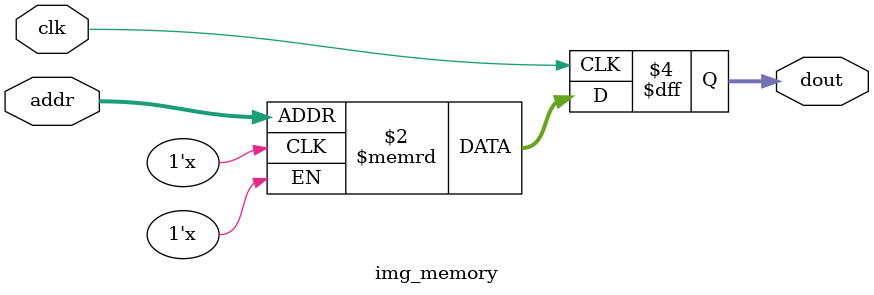
<source format=v>
module img_memory(
  input clk,
  input [ADDR_WIDTH-1:0] addr,
  output reg [3:0] dout
);

  parameter FILENAME = "";

  parameter integer ADDR_WIDTH = 8;

  reg [3:0] rom[0:(2 ** ADDR_WIDTH)-1];
  
  initial
  begin
    if (FILENAME!="")
		  $readmemh(FILENAME, rom);
  end

  always @(posedge clk)
  begin
	dout <= rom[addr];
  end
endmodule

</source>
